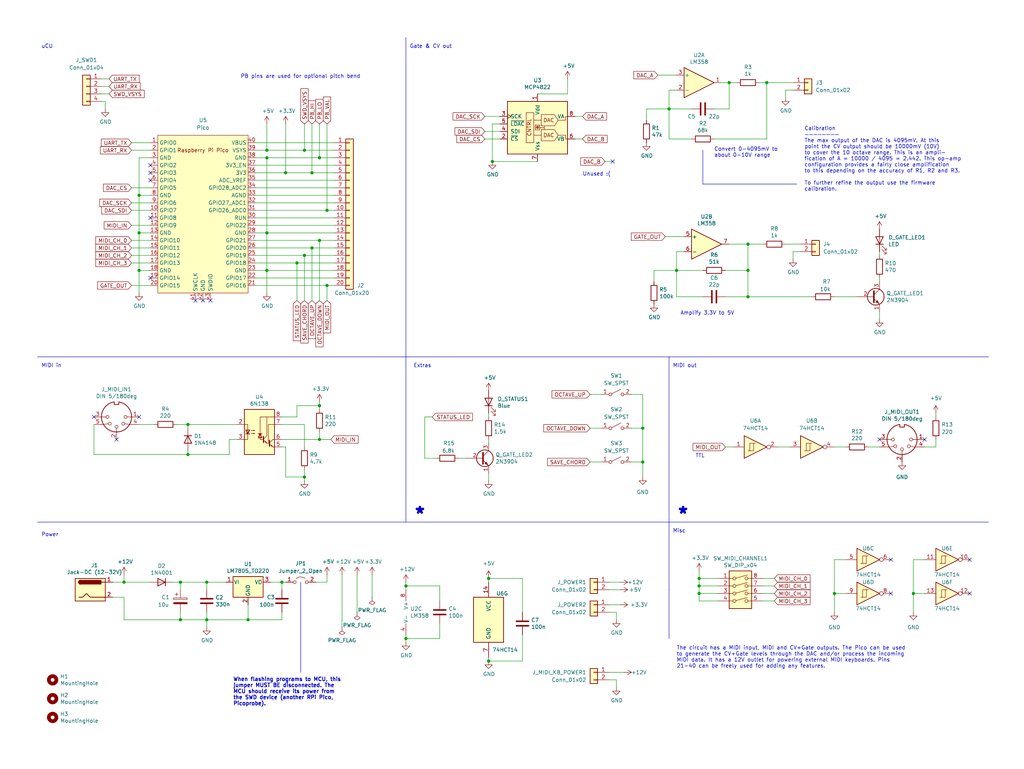
<source format=kicad_sch>
(kicad_sch (version 20230121) (generator eeschema)
  (paper "User" 345.999 259.994)
  (title_block (title "Funk Unit Keyboard") (company "Shmøergh"))
  (junction (at 166.37 54.61))
  (junction (at 63.5 153.67))
  (junction (at 90.17 53.34))
  (junction (at 281.94 200.66))
  (junction (at 246.38 27.94))
  (junction (at 259.08 27.94))
  (junction (at 90.17 50.8))
  (junction (at 252.73 100.33))
  (junction (at 107.95 148.59))
  (junction (at 217.17 144.78))
  (junction (at 252.73 82.55))
  (junction (at 102.87 161.29))
  (junction (at 102.87 86.36))
  (junction (at 69.85 209.55))
  (junction (at 90.17 91.44))
  (junction (at 105.41 83.82))
  (junction (at 90.17 78.74))
  (junction (at 308.61 200.66))
  (junction (at 107.95 137.16))
  (junction (at 165.1 223.52))
  (junction (at 83.82 209.55))
  (junction (at 107.95 53.34))
  (junction (at 46.99 91.44))
  (junction (at 69.85 196.85))
  (junction (at 96.52 58.42))
  (junction (at 105.41 58.42))
  (junction (at 100.33 88.9))
  (junction (at 46.99 66.04))
  (junction (at 63.5 143.51))
  (junction (at 236.22 198.12))
  (junction (at 165.1 195.58))
  (junction (at 226.06 36.83))
  (junction (at 252.73 91.44))
  (junction (at 60.96 196.85))
  (junction (at 217.17 156.21))
  (junction (at 107.95 81.28))
  (junction (at 41.91 196.85))
  (junction (at 228.6 91.44))
  (junction (at 236.22 200.66))
  (junction (at 236.22 195.58))
  (junction (at 110.49 96.52))
  (junction (at 102.87 50.8))
  (junction (at 110.49 71.12))
  (junction (at 137.16 215.9))
  (junction (at 46.99 78.74))
  (junction (at 95.25 196.85))
  (junction (at 60.96 209.55))
  (junction (at 137.16 198.12))
  (no_connect (at 50.8 55.88))
  (no_connect (at 50.8 60.96))
  (no_connect (at 66.04 101.6))
  (no_connect (at 50.8 93.98))
  (no_connect (at 300.99 189.23))
  (no_connect (at 68.58 101.6))
  (no_connect (at 50.8 73.66))
  (no_connect (at 327.66 189.23))
  (no_connect (at 46.99 140.97))
  (no_connect (at 71.12 101.6))
  (no_connect (at 31.75 140.97))
  (no_connect (at 207.01 54.61))
  (no_connect (at 39.37 148.59))
  (no_connect (at 327.66 200.66))
  (no_connect (at 300.99 200.66))
  (no_connect (at 312.42 148.59))
  (no_connect (at 50.8 58.42))
  (no_connect (at 297.18 148.59))
  (wire (pts (xy 115.57 194.31) (xy 115.57 212.09)))
  (wire (pts (xy 143.51 140.97) (xy 143.51 154.94)))
  (wire (pts (xy 44.45 96.52) (xy 50.8 96.52)))
  (polyline (pts (xy 137.16 12.7) (xy 137.16 120.65)))
  (wire (pts (xy 199.39 144.78) (xy 203.2 144.78)))
  (wire (pts (xy 86.36 81.28) (xy 107.95 81.28)))
  (wire (pts (xy 102.87 151.13) (xy 102.87 143.51)))
  (wire (pts (xy 105.41 58.42) (xy 113.03 58.42)))
  (wire (pts (xy 90.17 91.44) (xy 90.17 78.74)))
  (wire (pts (xy 100.33 140.97) (xy 100.33 137.16)))
  (wire (pts (xy 204.47 54.61) (xy 207.01 54.61)))
  (wire (pts (xy 168.91 41.91) (xy 166.37 41.91)))
  (wire (pts (xy 83.82 209.55) (xy 95.25 209.55)))
  (wire (pts (xy 46.99 99.06) (xy 46.99 91.44)))
  (wire (pts (xy 86.36 93.98) (xy 113.03 93.98)))
  (wire (pts (xy 191.77 31.75) (xy 181.61 31.75)))
  (wire (pts (xy 285.75 189.23) (xy 281.94 189.23)))
  (wire (pts (xy 107.95 137.16) (xy 107.95 138.43)))
  (wire (pts (xy 60.96 207.01) (xy 60.96 209.55)))
  (wire (pts (xy 137.16 198.12) (xy 137.16 199.39)))
  (wire (pts (xy 241.3 36.83) (xy 246.38 36.83)))
  (wire (pts (xy 90.17 53.34) (xy 107.95 53.34)))
  (wire (pts (xy 236.22 193.04) (xy 236.22 195.58)))
  (wire (pts (xy 226.06 46.99) (xy 233.68 46.99)))
  (wire (pts (xy 228.6 30.48) (xy 226.06 30.48)))
  (polyline (pts (xy 12.7 176.53) (xy 226.06 176.53)))
  (wire (pts (xy 245.11 91.44) (xy 252.73 91.44)))
  (wire (pts (xy 35.56 36.83) (xy 35.56 34.29)))
  (polyline (pts (xy 137.16 120.65) (xy 137.16 176.53)))
  (wire (pts (xy 96.52 196.85) (xy 95.25 196.85)))
  (wire (pts (xy 316.23 151.13) (xy 316.23 148.59)))
  (wire (pts (xy 46.99 66.04) (xy 46.99 53.34)))
  (wire (pts (xy 252.73 82.55) (xy 257.81 82.55)))
  (wire (pts (xy 316.23 139.7) (xy 316.23 140.97)))
  (wire (pts (xy 50.8 91.44) (xy 46.99 91.44)))
  (wire (pts (xy 34.29 29.21) (xy 36.83 29.21)))
  (wire (pts (xy 146.05 140.97) (xy 143.51 140.97)))
  (wire (pts (xy 95.25 209.55) (xy 95.25 207.01)))
  (wire (pts (xy 209.55 199.39) (xy 205.74 199.39)))
  (polyline (pts (xy 101.6 196.85) (xy 101.6 227.33)))
  (wire (pts (xy 50.8 68.58) (xy 44.45 68.58)))
  (wire (pts (xy 110.49 101.6) (xy 110.49 96.52)))
  (wire (pts (xy 107.95 135.89) (xy 107.95 137.16)))
  (wire (pts (xy 86.36 60.96) (xy 113.03 60.96)))
  (wire (pts (xy 246.38 27.94) (xy 248.92 27.94)))
  (wire (pts (xy 60.96 196.85) (xy 69.85 196.85)))
  (wire (pts (xy 270.51 85.09) (xy 267.97 85.09)))
  (wire (pts (xy 38.1 196.85) (xy 41.91 196.85)))
  (wire (pts (xy 102.87 143.51) (xy 95.25 143.51)))
  (wire (pts (xy 208.28 229.87) (xy 205.74 229.87)))
  (wire (pts (xy 217.17 144.78) (xy 217.17 156.21)))
  (wire (pts (xy 165.1 196.85) (xy 165.1 195.58)))
  (wire (pts (xy 41.91 201.93) (xy 41.91 209.55)))
  (wire (pts (xy 217.17 161.29) (xy 217.17 156.21)))
  (wire (pts (xy 111.76 148.59) (xy 107.95 148.59)))
  (wire (pts (xy 90.17 78.74) (xy 90.17 53.34)))
  (wire (pts (xy 86.36 96.52) (xy 110.49 96.52)))
  (wire (pts (xy 110.49 196.85) (xy 106.68 196.85)))
  (wire (pts (xy 63.5 153.67) (xy 77.47 153.67)))
  (wire (pts (xy 281.94 189.23) (xy 281.94 200.66)))
  (wire (pts (xy 242.57 195.58) (xy 236.22 195.58)))
  (wire (pts (xy 86.36 50.8) (xy 90.17 50.8)))
  (wire (pts (xy 237.49 91.44) (xy 228.6 91.44)))
  (wire (pts (xy 252.73 100.33) (xy 252.73 91.44)))
  (wire (pts (xy 120.65 207.01) (xy 120.65 194.31)))
  (wire (pts (xy 261.62 203.2) (xy 257.81 203.2)))
  (wire (pts (xy 208.28 207.01) (xy 205.74 207.01)))
  (wire (pts (xy 86.36 55.88) (xy 113.03 55.88)))
  (wire (pts (xy 90.17 99.06) (xy 90.17 91.44)))
  (wire (pts (xy 265.43 82.55) (xy 270.51 82.55)))
  (wire (pts (xy 261.62 195.58) (xy 257.81 195.58)))
  (wire (pts (xy 86.36 58.42) (xy 96.52 58.42)))
  (wire (pts (xy 44.45 76.2) (xy 50.8 76.2)))
  (wire (pts (xy 41.91 209.55) (xy 60.96 209.55)))
  (wire (pts (xy 165.1 148.59) (xy 165.1 149.86)))
  (wire (pts (xy 218.44 36.83) (xy 218.44 40.64)))
  (wire (pts (xy 176.53 195.58) (xy 176.53 207.01)))
  (wire (pts (xy 50.8 66.04) (xy 46.99 66.04)))
  (wire (pts (xy 90.17 53.34) (xy 86.36 53.34)))
  (wire (pts (xy 312.42 189.23) (xy 308.61 189.23)))
  (wire (pts (xy 236.22 203.2) (xy 242.57 203.2)))
  (wire (pts (xy 107.95 148.59) (xy 107.95 146.05)))
  (wire (pts (xy 236.22 198.12) (xy 236.22 200.66)))
  (wire (pts (xy 86.36 73.66) (xy 113.03 73.66)))
  (wire (pts (xy 256.54 27.94) (xy 259.08 27.94)))
  (wire (pts (xy 110.49 194.31) (xy 110.49 196.85)))
  (wire (pts (xy 44.45 88.9) (xy 50.8 88.9)))
  (wire (pts (xy 125.73 194.31) (xy 125.73 201.93)))
  (wire (pts (xy 226.06 36.83) (xy 226.06 46.99)))
  (wire (pts (xy 148.59 215.9) (xy 137.16 215.9)))
  (wire (pts (xy 95.25 148.59) (xy 107.95 148.59)))
  (polyline (pts (xy 12.7 120.65) (xy 226.06 120.65)))
  (wire (pts (xy 95.25 140.97) (xy 100.33 140.97)))
  (wire (pts (xy 236.22 200.66) (xy 236.22 203.2)))
  (polyline (pts (xy 226.06 120.65) (xy 334.01 120.65)))
  (wire (pts (xy 281.94 200.66) (xy 285.75 200.66)))
  (wire (pts (xy 297.18 85.09) (xy 297.18 86.36)))
  (wire (pts (xy 107.95 81.28) (xy 107.95 101.6)))
  (wire (pts (xy 90.17 91.44) (xy 113.03 91.44)))
  (wire (pts (xy 59.69 143.51) (xy 63.5 143.51)))
  (wire (pts (xy 245.11 100.33) (xy 252.73 100.33)))
  (wire (pts (xy 209.55 204.47) (xy 205.74 204.47)))
  (wire (pts (xy 86.36 63.5) (xy 113.03 63.5)))
  (wire (pts (xy 163.83 44.45) (xy 168.91 44.45)))
  (wire (pts (xy 34.29 26.67) (xy 36.83 26.67)))
  (wire (pts (xy 107.95 41.91) (xy 107.95 53.34)))
  (polyline (pts (xy 226.06 176.53) (xy 334.01 176.53)))
  (wire (pts (xy 31.75 143.51) (xy 31.75 153.67)))
  (wire (pts (xy 95.25 151.13) (xy 96.52 151.13)))
  (wire (pts (xy 246.38 36.83) (xy 246.38 27.94)))
  (wire (pts (xy 265.43 30.48) (xy 265.43 33.02)))
  (wire (pts (xy 312.42 200.66) (xy 308.61 200.66)))
  (wire (pts (xy 267.97 30.48) (xy 265.43 30.48)))
  (wire (pts (xy 35.56 34.29) (xy 34.29 34.29)))
  (wire (pts (xy 44.45 50.8) (xy 50.8 50.8)))
  (wire (pts (xy 148.59 210.82) (xy 148.59 215.9)))
  (wire (pts (xy 105.41 41.91) (xy 105.41 58.42)))
  (wire (pts (xy 90.17 78.74) (xy 113.03 78.74)))
  (wire (pts (xy 102.87 161.29) (xy 102.87 158.75)))
  (wire (pts (xy 86.36 68.58) (xy 113.03 68.58)))
  (wire (pts (xy 90.17 41.91) (xy 90.17 50.8)))
  (wire (pts (xy 110.49 71.12) (xy 113.03 71.12)))
  (wire (pts (xy 46.99 78.74) (xy 46.99 66.04)))
  (wire (pts (xy 246.38 82.55) (xy 252.73 82.55)))
  (wire (pts (xy 199.39 133.35) (xy 203.2 133.35)))
  (wire (pts (xy 107.95 81.28) (xy 113.03 81.28)))
  (wire (pts (xy 281.94 200.66) (xy 281.94 207.01)))
  (wire (pts (xy 166.37 54.61) (xy 181.61 54.61)))
  (wire (pts (xy 44.45 63.5) (xy 50.8 63.5)))
  (wire (pts (xy 86.36 83.82) (xy 105.41 83.82)))
  (wire (pts (xy 236.22 195.58) (xy 236.22 198.12)))
  (wire (pts (xy 297.18 107.95) (xy 297.18 105.41)))
  (wire (pts (xy 137.16 215.9) (xy 137.16 217.17)))
  (wire (pts (xy 105.41 83.82) (xy 113.03 83.82)))
  (wire (pts (xy 102.87 162.56) (xy 102.87 161.29)))
  (wire (pts (xy 86.36 48.26) (xy 113.03 48.26)))
  (wire (pts (xy 165.1 162.56) (xy 165.1 160.02)))
  (wire (pts (xy 208.28 232.41) (xy 208.28 229.87)))
  (wire (pts (xy 210.82 227.33) (xy 205.74 227.33)))
  (wire (pts (xy 228.6 91.44) (xy 220.98 91.44)))
  (wire (pts (xy 237.49 100.33) (xy 228.6 100.33)))
  (wire (pts (xy 91.44 196.85) (xy 95.25 196.85)))
  (wire (pts (xy 50.8 78.74) (xy 46.99 78.74)))
  (wire (pts (xy 196.85 39.37) (xy 194.31 39.37)))
  (wire (pts (xy 243.84 27.94) (xy 246.38 27.94)))
  (wire (pts (xy 281.94 151.13) (xy 285.75 151.13)))
  (wire (pts (xy 102.87 50.8) (xy 113.03 50.8)))
  (wire (pts (xy 308.61 200.66) (xy 308.61 207.01)))
  (wire (pts (xy 137.16 198.12) (xy 148.59 198.12)))
  (wire (pts (xy 69.85 196.85) (xy 76.2 196.85)))
  (wire (pts (xy 44.45 81.28) (xy 50.8 81.28)))
  (wire (pts (xy 44.45 71.12) (xy 50.8 71.12)))
  (wire (pts (xy 86.36 88.9) (xy 100.33 88.9)))
  (wire (pts (xy 224.79 80.01) (xy 231.14 80.01)))
  (wire (pts (xy 281.94 100.33) (xy 289.56 100.33)))
  (wire (pts (xy 102.87 101.6) (xy 102.87 86.36)))
  (wire (pts (xy 96.52 151.13) (xy 96.52 161.29)))
  (polyline (pts (xy 237.49 62.23) (xy 237.49 50.8)))
  (wire (pts (xy 60.96 199.39) (xy 60.96 196.85)))
  (wire (pts (xy 262.89 151.13) (xy 266.7 151.13)))
  (wire (pts (xy 308.61 189.23) (xy 308.61 200.66)))
  (wire (pts (xy 110.49 96.52) (xy 113.03 96.52)))
  (wire (pts (xy 44.45 86.36) (xy 50.8 86.36)))
  (wire (pts (xy 259.08 46.99) (xy 259.08 27.94)))
  (wire (pts (xy 267.97 85.09) (xy 267.97 87.63)))
  (wire (pts (xy 297.18 93.98) (xy 297.18 95.25)))
  (wire (pts (xy 165.1 223.52) (xy 176.53 223.52)))
  (wire (pts (xy 165.1 222.25) (xy 165.1 223.52)))
  (wire (pts (xy 41.91 196.85) (xy 50.8 196.85)))
  (wire (pts (xy 137.16 214.63) (xy 137.16 215.9)))
  (wire (pts (xy 69.85 199.39) (xy 69.85 196.85)))
  (wire (pts (xy 261.62 198.12) (xy 257.81 198.12)))
  (wire (pts (xy 148.59 198.12) (xy 148.59 203.2)))
  (wire (pts (xy 252.73 91.44) (xy 252.73 82.55)))
  (wire (pts (xy 199.39 156.21) (xy 203.2 156.21)))
  (wire (pts (xy 165.1 195.58) (xy 176.53 195.58)))
  (wire (pts (xy 102.87 41.91) (xy 102.87 50.8)))
  (wire (pts (xy 217.17 144.78) (xy 217.17 133.35)))
  (wire (pts (xy 69.85 209.55) (xy 83.82 209.55)))
  (wire (pts (xy 143.51 154.94) (xy 147.32 154.94)))
  (wire (pts (xy 242.57 200.66) (xy 236.22 200.66)))
  (wire (pts (xy 220.98 91.44) (xy 220.98 95.25)))
  (wire (pts (xy 46.99 53.34) (xy 50.8 53.34)))
  (wire (pts (xy 77.47 153.67) (xy 77.47 148.59)))
  (wire (pts (xy 110.49 41.91) (xy 110.49 71.12)))
  (polyline (pts (xy 226.06 215.9) (xy 226.06 199.39)))
  (wire (pts (xy 213.36 144.78) (xy 217.17 144.78)))
  (wire (pts (xy 46.99 91.44) (xy 46.99 78.74)))
  (polyline (pts (xy 237.49 62.23) (xy 269.24 62.23)))
  (wire (pts (xy 312.42 151.13) (xy 316.23 151.13)))
  (wire (pts (xy 44.45 48.26) (xy 50.8 48.26)))
  (wire (pts (xy 96.52 161.29) (xy 102.87 161.29)))
  (wire (pts (xy 86.36 86.36) (xy 102.87 86.36)))
  (wire (pts (xy 105.41 83.82) (xy 105.41 101.6)))
  (wire (pts (xy 242.57 198.12) (xy 236.22 198.12)))
  (wire (pts (xy 293.37 151.13) (xy 297.18 151.13)))
  (wire (pts (xy 86.36 78.74) (xy 90.17 78.74)))
  (wire (pts (xy 69.85 209.55) (xy 69.85 207.01)))
  (wire (pts (xy 213.36 156.21) (xy 217.17 156.21)))
  (wire (pts (xy 83.82 204.47) (xy 83.82 209.55)))
  (wire (pts (xy 36.83 31.75) (xy 34.29 31.75)))
  (wire (pts (xy 166.37 41.91) (xy 166.37 54.61)))
  (wire (pts (xy 31.75 153.67) (xy 63.5 153.67)))
  (wire (pts (xy 96.52 58.42) (xy 105.41 58.42)))
  (wire (pts (xy 90.17 50.8) (xy 102.87 50.8)))
  (wire (pts (xy 102.87 86.36) (xy 113.03 86.36)))
  (wire (pts (xy 209.55 196.85) (xy 205.74 196.85)))
  (wire (pts (xy 86.36 91.44) (xy 90.17 91.44)))
  (wire (pts (xy 208.28 209.55) (xy 208.28 207.01)))
  (wire (pts (xy 63.5 143.51) (xy 80.01 143.51)))
  (wire (pts (xy 77.47 148.59) (xy 80.01 148.59)))
  (wire (pts (xy 176.53 223.52) (xy 176.53 214.63)))
  (polyline (pts (xy 226.06 199.39) (xy 226.06 120.65)))
  (wire (pts (xy 63.5 153.67) (xy 63.5 152.4)))
  (wire (pts (xy 107.95 53.34) (xy 113.03 53.34)))
  (wire (pts (xy 226.06 36.83) (xy 218.44 36.83)))
  (wire (pts (xy 41.91 194.31) (xy 41.91 196.85)))
  (wire (pts (xy 231.14 85.09) (xy 228.6 85.09)))
  (wire (pts (xy 259.08 27.94) (xy 267.97 27.94)))
  (wire (pts (xy 38.1 201.93) (xy 41.91 201.93)))
  (wire (pts (xy 100.33 88.9) (xy 100.33 101.6)))
  (wire (pts (xy 196.85 46.99) (xy 194.31 46.99)))
  (wire (pts (xy 163.83 39.37) (xy 168.91 39.37)))
  (wire (pts (xy 46.99 143.51) (xy 52.07 143.51)))
  (wire (pts (xy 252.73 100.33) (xy 274.32 100.33)))
  (wire (pts (xy 241.3 46.99) (xy 259.08 46.99)))
  (wire (pts (xy 58.42 196.85) (xy 60.96 196.85)))
  (wire (pts (xy 137.16 196.85) (xy 137.16 198.12)))
  (wire (pts (xy 100.33 88.9) (xy 113.03 88.9)))
  (wire (pts (xy 226.06 30.48) (xy 226.06 36.83)))
  (wire (pts (xy 245.11 151.13) (xy 247.65 151.13)))
  (wire (pts (xy 154.94 154.94) (xy 157.48 154.94)))
  (wire (pts (xy 44.45 83.82) (xy 50.8 83.82)))
  (wire (pts (xy 165.1 139.7) (xy 165.1 140.97)))
  (wire (pts (xy 96.52 41.91) (xy 96.52 58.42)))
  (wire (pts (xy 261.62 200.66) (xy 257.81 200.66)))
  (wire (pts (xy 163.83 46.99) (xy 168.91 46.99)))
  (wire (pts (xy 228.6 100.33) (xy 228.6 91.44)))
  (wire (pts (xy 86.36 66.04) (xy 113.03 66.04)))
  (wire (pts (xy 86.36 76.2) (xy 113.03 76.2)))
  (wire (pts (xy 191.77 26.67) (xy 191.77 31.75)))
  (wire (pts (xy 60.96 209.55) (xy 69.85 209.55)))
  (wire (pts (xy 63.5 143.51) (xy 63.5 144.78)))
  (wire (pts (xy 233.68 36.83) (xy 226.06 36.83)))
  (wire (pts (xy 100.33 137.16) (xy 107.95 137.16)))
  (wire (pts (xy 69.85 212.09) (xy 69.85 209.55)))
  (wire (pts (xy 228.6 85.09) (xy 228.6 91.44)))
  (wire (pts (xy 86.36 71.12) (xy 110.49 71.12)))
  (wire (pts (xy 217.17 133.35) (xy 213.36 133.35)))
  (wire (pts (xy 95.25 196.85) (xy 95.25 199.39)))
  (wire (pts (xy 222.25 25.4) (xy 228.6 25.4)))
  (text "*" (at 228.6 176.53 0) (effects (font (size 4.27 4.27) (thickness 0.854) bold) (justify left bottom)))
  (text "Power" (at 13.97 181.61 0) (effects (font (size 1.27 1.27)) (justify left bottom)))
  (text "TTL" (at 234.95 154.94 0) (effects (font (size 1.27 1.27)) (justify left bottom)))
  (text "Misc" (at 227.33 180.34 0) (effects (font (size 1.27 1.27)) (justify left bottom)))
  (text "*" (at 139.7 176.53 0) (effects (font (size 4.27 4.27) (thickness 0.854) bold) (justify left bottom)))
  (text "Unused :(" (at 196.85 59.69 0) (effects (font (size 1.27 1.27)) (justify left bottom)))
  (text "Extras" (at 139.7 124.46 0) (effects (font (size 1.27 1.27)) (justify left bottom)))
  (text "The circuit has a MIDI input, MIDI and CV+Gate outputs. The Pico can be used \nto generate the CV+Gate levels through the DAC and/or process the incoming\nMIDI data. It has a 12V outlet for powering external MIDI keyboards. Pins\n21-40 can be freely used for adding any features." (at 228.6 226.06 0) (effects (font (size 1.27 1.27)) (justify left bottom)))
  (text "Convert 0-4095mV to \nabout 0-10V range" (at 241.3 53.34 0) (effects (font (size 1.27 1.27)) (justify left bottom)))
  (text "MIDI in" (at 13.97 124.46 0) (effects (font (size 1.27 1.27)) (justify left bottom)))
  (text "MIDI out" (at 227.33 124.46 0) (effects (font (size 1.27 1.27)) (justify left bottom)))
  (text "PB pins are used for optional pitch bend" (at 81.28 26.67 0) (effects (font (size 1.27 1.27)) (justify left bottom)))
  (text "uCU" (at 13.97 16.51 0) (effects (font (size 1.27 1.27)) (justify left bottom)))
  (text "When flashing programs to MCU, this \njumper MUST BE disconnected. The \nMCU should receive its power from \nthe SWD device (another RPi Pico, \nPicoprobe)." (at 78.74 238.76 0) (effects (font (size 1.27 1.27) (thickness 0.254) bold) (justify left bottom)))
  (text "Gate & CV out" (at 138.43 16.51 0) (effects (font (size 1.27 1.27)) (justify left bottom)))
  (text "Amplify 3.3V to 5V" (at 229.87 106.68 0) (effects (font (size 1.27 1.27)) (justify left bottom)))
  (text "Calibration\n————————\nThe max output of the DAC is 4095mV. At this\npoint the CV output should be 10000mV (10V)\nto cover the 10 octave range. This is an ampli-\nfication of A = 10000 / 4095 = 2.442. This op-amp\nconfiguration provides a fairly close amplification\nto this depending on the accuracy of R1, R2 and R3.\n\nTo further refine the output use the firmware\ncalibration." (at 271.78 64.77 0) (effects (font (size 1.27 1.27)) (justify left bottom)))
  (global_label "UART_RX" (shape input) (at 36.83 29.21 0) (property "Intersheetrefs" "${INTERSHEET_REFS}" (effects hide)))
  (global_label "STATUS_LED" (shape input) (at 146.05 140.97 0) (property "Intersheetrefs" "${INTERSHEET_REFS}" (effects hide)))
  (global_label "MIDI_CH_2" (shape input) (at 44.45 86.36 180) (property "Intersheetrefs" "${INTERSHEET_REFS}" (effects hide)))
  (global_label "OCTAVE_UP" (shape input) (at 105.41 101.6 270) (property "Intersheetrefs" "${INTERSHEET_REFS}" (effects hide)))
  (global_label "DAC_SDI" (shape input) (at 44.45 71.12 180) (property "Intersheetrefs" "${INTERSHEET_REFS}" (effects hide)))
  (global_label "SAVE_CHORD" (shape input) (at 199.39 156.21 180) (property "Intersheetrefs" "${INTERSHEET_REFS}" (effects hide)))
  (global_label "SWD_VSYS" (shape input) (at 102.87 41.91 90) (property "Intersheetrefs" "${INTERSHEET_REFS}" (effects hide)))
  (global_label "OCTAVE_UP" (shape input) (at 199.39 133.35 180) (property "Intersheetrefs" "${INTERSHEET_REFS}" (effects hide)))
  (global_label "MIDI_OUT" (shape input) (at 245.11 151.13 180) (property "Intersheetrefs" "${INTERSHEET_REFS}" (effects hide)))
  (global_label "DAC_SCK" (shape input) (at 163.83 39.37 180) (property "Intersheetrefs" "${INTERSHEET_REFS}" (effects hide)))
  (global_label "MIDI_IN" (shape input) (at 44.45 76.2 180) (property "Intersheetrefs" "${INTERSHEET_REFS}" (effects hide)))
  (global_label "PB_HI" (shape input) (at 105.41 41.91 90) (property "Intersheetrefs" "${INTERSHEET_REFS}" (effects hide)))
  (global_label "MIDI_CH_2" (shape input) (at 261.62 200.66 0) (property "Intersheetrefs" "${INTERSHEET_REFS}" (effects hide)))
  (global_label "DAC_SCK" (shape input) (at 44.45 68.58 180) (property "Intersheetrefs" "${INTERSHEET_REFS}" (effects hide)))
  (global_label "MIDI_IN" (shape input) (at 111.76 148.59 0) (property "Intersheetrefs" "${INTERSHEET_REFS}" (effects hide)))
  (global_label "UART_RX" (shape input) (at 44.45 50.8 180) (property "Intersheetrefs" "${INTERSHEET_REFS}" (effects hide)))
  (global_label "DAC_CS" (shape input) (at 44.45 63.5 180) (property "Intersheetrefs" "${INTERSHEET_REFS}" (effects hide)))
  (global_label "DAC_B" (shape input) (at 204.47 54.61 180) (property "Intersheetrefs" "${INTERSHEET_REFS}" (effects hide)))
  (global_label "MIDI_OUT" (shape input) (at 110.49 101.6 270) (property "Intersheetrefs" "${INTERSHEET_REFS}" (effects hide)))
  (global_label "PB_LO" (shape input) (at 107.95 41.91 90) (property "Intersheetrefs" "${INTERSHEET_REFS}" (effects hide)))
  (global_label "MIDI_CH_3" (shape input) (at 44.45 88.9 180) (property "Intersheetrefs" "${INTERSHEET_REFS}" (effects hide)))
  (global_label "UART_TX" (shape input) (at 36.83 26.67 0) (property "Intersheetrefs" "${INTERSHEET_REFS}" (effects hide)))
  (global_label "GATE_OUT" (shape input) (at 224.79 80.01 180) (property "Intersheetrefs" "${INTERSHEET_REFS}" (effects hide)))
  (global_label "DAC_A" (shape input) (at 222.25 25.4 180) (property "Intersheetrefs" "${INTERSHEET_REFS}" (effects hide)))
  (global_label "DAC_B" (shape input) (at 196.85 46.99 0) (property "Intersheetrefs" "${INTERSHEET_REFS}" (effects hide)))
  (global_label "OCTAVE_DOWN" (shape input) (at 107.95 101.6 270) (property "Intersheetrefs" "${INTERSHEET_REFS}" (effects hide)))
  (global_label "MIDI_CH_1" (shape input) (at 261.62 198.12 0) (property "Intersheetrefs" "${INTERSHEET_REFS}" (effects hide)))
  (global_label "MIDI_CH_3" (shape input) (at 261.62 203.2 0) (property "Intersheetrefs" "${INTERSHEET_REFS}" (effects hide)))
  (global_label "MIDI_CH_1" (shape input) (at 44.45 83.82 180) (property "Intersheetrefs" "${INTERSHEET_REFS}" (effects hide)))
  (global_label "UART_TX" (shape input) (at 44.45 48.26 180) (property "Intersheetrefs" "${INTERSHEET_REFS}" (effects hide)))
  (global_label "DAC_A" (shape input) (at 196.85 39.37 0) (property "Intersheetrefs" "${INTERSHEET_REFS}" (effects hide)))
  (global_label "STATUS_LED" (shape input) (at 100.33 101.6 270) (property "Intersheetrefs" "${INTERSHEET_REFS}" (effects hide)))
  (global_label "SAVE_CHORD" (shape input) (at 102.87 101.6 270) (property "Intersheetrefs" "${INTERSHEET_REFS}" (effects hide)))
  (global_label "DAC_SDI" (shape input) (at 163.83 44.45 180) (property "Intersheetrefs" "${INTERSHEET_REFS}" (effects hide)))
  (global_label "DAC_CS" (shape input) (at 163.83 46.99 180) (property "Intersheetrefs" "${INTERSHEET_REFS}" (effects hide)))
  (global_label "PB_VAL" (shape input) (at 110.49 41.91 90) (property "Intersheetrefs" "${INTERSHEET_REFS}" (effects hide)))
  (global_label "OCTAVE_DOWN" (shape input) (at 199.39 144.78 180) (property "Intersheetrefs" "${INTERSHEET_REFS}" (effects hide)))
  (global_label "MIDI_CH_0" (shape input) (at 261.62 195.58 0) (property "Intersheetrefs" "${INTERSHEET_REFS}" (effects hide)))
  (global_label "MIDI_CH_0" (shape input) (at 44.45 81.28 180) (property "Intersheetrefs" "${INTERSHEET_REFS}" (effects hide)))
  (global_label "GATE_OUT" (shape input) (at 44.45 96.52 180) (property "Intersheetrefs" "${INTERSHEET_REFS}" (effects hide)))
  (global_label "SWD_VSYS" (shape input) (at 36.83 31.75 0) (property "Intersheetrefs" "${INTERSHEET_REFS}" (effects hide)))
  (symbol (lib_id "Connector:Jack-DC") (at 30.48 199.39 0) (unit 1)
    (property "Reference" "J1" (at 31.9278 191.135 0))
    (property "Value" "Jack-DC (12-32V)" (at 31.9278 193.4464 0))
    (property "Footprint" "Zimo_Manual_PCB:NSL25_01x02_Vertical" (effects hide))
  )
  (symbol (lib_id "power:GND") (at 69.85 212.09 0) (unit 1)
    (property "Reference" "#PWR03" (effects hide))
    (property "Value" "GND" (at 69.977 216.4842 0))
  )
  (symbol (lib_id "power:+12V") (at 41.91 194.31 0) (unit 1)
    (property "Reference" "#PWR01" (effects hide))
    (property "Value" "+12V" (at 42.291 189.9158 0))
  )
  (symbol (lib_id "Device:C") (at 69.85 203.2 0) (unit 1)
    (property "Reference" "C2" (at 72.771 202.0316 0) (effects (justify left)))
    (property "Value" "330n" (at 72.771 204.343 0) (effects (justify left)))
    (property "Footprint" "Zimo_Manual_PCB:C_Disc_D5.0mm_W2.5mm_P2.50mm" (effects hide))
  )
  (symbol (lib_id "Device:C") (at 95.25 203.2 0) (unit 1)
    (property "Reference" "C3" (at 90.17 201.93 0) (effects (justify left)))
    (property "Value" "100n" (at 87.63 204.47 0) (effects (justify left)))
    (property "Footprint" "Zimo_Manual_PCB:C_Disc_D5.0mm_W2.5mm_P2.50mm" (effects hide))
  )
  (symbol (lib_id "power:+5V") (at 110.49 194.31 0) (unit 1)
    (property "Reference" "#PWR04" (effects hide))
    (property "Value" "+5V" (at 110.871 189.9158 0))
  )
  (symbol (lib_id "power:+5V") (at 90.17 41.91 0) (unit 1)
    (property "Reference" "#PWR05" (effects hide))
    (property "Value" "+5V" (at 90.551 37.5158 0))
  )
  (symbol (lib_id "power:GND") (at 90.17 99.06 0) (unit 1)
    (property "Reference" "#PWR06" (effects hide))
    (property "Value" "GND" (at 90.297 103.4542 0))
  )
  (symbol (lib_id "power:GND") (at 46.99 99.06 0) (unit 1)
    (property "Reference" "#PWR02" (effects hide))
    (property "Value" "GND" (at 47.117 103.4542 0))
  )
  (symbol (lib_id "power:+3.3V") (at 96.52 41.91 0) (unit 1)
    (property "Reference" "#PWR08" (effects hide))
    (property "Value" "+3.3V" (at 96.901 37.5158 0))
  )
  (symbol (lib_id "power:+5V") (at 120.65 194.31 0) (unit 1)
    (property "Reference" "#PWR09" (effects hide))
    (property "Value" "+5V" (at 121.031 189.9158 0))
  )
  (symbol (lib_id "power:+12V") (at 115.57 194.31 0) (unit 1)
    (property "Reference" "#PWR07" (effects hide))
    (property "Value" "+12V" (at 115.951 189.9158 0))
  )
  (symbol (lib_id "power:+3.3V") (at 125.73 194.31 0) (unit 1)
    (property "Reference" "#PWR010" (effects hide))
    (property "Value" "+3.3V" (at 126.111 189.9158 0))
  )
  (symbol (lib_id "power:PWR_FLAG") (at 115.57 212.09 180) (unit 1)
    (property "Reference" "#FLG01" (effects hide))
    (property "Value" "PWR_FLAG" (at 115.57 216.4842 0))
  )
  (symbol (lib_id "power:PWR_FLAG") (at 120.65 207.01 180) (unit 1)
    (property "Reference" "#FLG02" (effects hide))
    (property "Value" "PWR_FLAG" (at 120.65 211.4042 0))
  )
  (symbol (lib_id "power:PWR_FLAG") (at 125.73 201.93 180) (unit 1)
    (property "Reference" "#FLG03" (effects hide))
    (property "Value" "PWR_FLAG" (at 125.73 206.3242 0))
  )
  (symbol (lib_id "Analog_DAC:MCP4822") (at 181.61 41.91 0) (unit 1)
    (property "Reference" "U3" (at 181.61 27.1526 0))
    (property "Value" "MCP4822" (at 181.61 29.464 0))
    (property "Footprint" "Zimo_Manual_PCB:DIP-8_W7.62mm" (effects hide))
    (property "Datasheet" "http://ww1.microchip.com/downloads/en/DeviceDoc/20002249B.pdf" (effects hide))
  )
  (symbol (lib_id "power:+5V") (at 191.77 26.67 0) (unit 1)
    (property "Reference" "#PWR015" (effects hide))
    (property "Value" "+5V" (at 192.151 22.2758 0))
  )
  (symbol (lib_id "power:GND") (at 166.37 54.61 0) (unit 1)
    (property "Reference" "#PWR012" (effects hide))
    (property "Value" "GND" (at 166.497 59.0042 0))
  )
  (symbol (lib_id "Connector:DIN-5_180degree") (at 39.37 140.97 180) (unit 1)
    (property "Reference" "J_MIDI_IN1" (at 39.37 131.6482 0))
    (property "Value" "DIN 5/180deg" (at 39.37 133.9596 0))
    (property "Footprint" "Zimo_Manual_PCB:PinOut_01x05" (effects hide))
    (property "Datasheet" "http://www.mouser.com/ds/2/18/40_c091_abd_e-75918.pdf" (effects hide))
  )
  (symbol (lib_id "Device:R") (at 55.88 143.51 270) (unit 1)
    (property "Reference" "R4" (at 55.88 138.2522 90))
    (property "Value" "220" (at 55.88 140.5636 90))
    (property "Footprint" "Zimo_Manual_PCB:R_Axial_Vertical" (effects hide))
  )
  (symbol (lib_id "Device:D") (at 63.5 148.59 270) (unit 1)
    (property "Reference" "D1" (at 65.532 147.4216 90) (effects (justify left)))
    (property "Value" "1N4148" (at 65.532 149.733 90) (effects (justify left)))
    (property "Footprint" "Zimo_Manual_PCB:D_Axial" (effects hide))
  )
  (symbol (lib_id "Isolator:6N138") (at 87.63 146.05 0) (unit 1)
    (property "Reference" "U4" (at 87.63 134.1882 0))
    (property "Value" "6N138" (at 87.63 136.4996 0))
    (property "Footprint" "Zimo_Manual_PCB:DIP-8_W7.62mm" (effects hide))
    (property "Datasheet" "http://www.onsemi.com/pub/Collateral/HCPL2731-D.pdf" (effects hide))
  )
  (symbol (lib_id "power:+3.3V") (at 107.95 135.89 0) (unit 1)
    (property "Reference" "#PWR022" (effects hide))
    (property "Value" "+3.3V" (at 108.331 131.4958 0))
  )
  (symbol (lib_id "Device:R") (at 107.95 142.24 0) (unit 1)
    (property "Reference" "R11" (at 109.728 141.0716 0) (effects (justify left)))
    (property "Value" "220" (at 109.728 143.383 0) (effects (justify left)))
    (property "Footprint" "Zimo_Manual_PCB:R_Axial_Vertical" (effects hide))
  )
  (symbol (lib_id "Device:R") (at 102.87 154.94 0) (unit 1)
    (property "Reference" "R9" (at 104.648 153.7716 0) (effects (justify left)))
    (property "Value" "4.7k" (at 104.648 156.083 0) (effects (justify left)))
    (property "Footprint" "Zimo_Manual_PCB:R_Axial_Vertical" (effects hide))
  )
  (symbol (lib_id "power:GND") (at 102.87 162.56 0) (unit 1)
    (property "Reference" "#PWR018" (effects hide))
    (property "Value" "GND" (at 102.997 166.9542 0))
  )
  (symbol (lib_id "Amplifier_Operational:LM358") (at 236.22 27.94 0) (unit 1)
    (property "Reference" "U2" (at 236.22 18.6182 0))
    (property "Value" "LM358" (at 236.22 20.9296 0))
    (property "Footprint" "Zimo_Manual_PCB:DIP-8_W7.62mm" (effects hide))
    (property "Datasheet" "http://www.ti.com/lit/ds/symlink/lm2904-n.pdf" (effects hide))
  )
  (symbol (lib_id "Amplifier_Operational:LM358") (at 238.76 82.55 0) (unit 2)
    (property "Reference" "U2" (at 238.76 73.2282 0))
    (property "Value" "LM358" (at 238.76 75.5396 0))
    (property "Footprint" "Zimo_Manual_PCB:DIP-8_W7.62mm" (effects hide))
    (property "Datasheet" "http://www.ti.com/lit/ds/symlink/lm2904-n.pdf" (effects hide))
  )
  (symbol (lib_id "Amplifier_Operational:LM358") (at 139.7 207.01 0) (unit 3)
    (property "Reference" "U2" (at 138.6332 205.8416 0) (effects (justify left)))
    (property "Value" "LM358" (at 138.6332 208.153 0) (effects (justify left)))
    (property "Footprint" "Zimo_Manual_PCB:DIP-8_W7.62mm" (effects hide))
    (property "Datasheet" "http://www.ti.com/lit/ds/symlink/lm2904-n.pdf" (effects hide))
  )
  (symbol (lib_id "power:GND") (at 137.16 217.17 0) (unit 1)
    (property "Reference" "#PWR014" (effects hide))
    (property "Value" "GND" (at 137.287 221.5642 0))
  )
  (symbol (lib_id "power:+12V") (at 137.16 196.85 0) (unit 1)
    (property "Reference" "#PWR013" (effects hide))
    (property "Value" "+12V" (at 137.541 192.4558 0))
  )
  (symbol (lib_id "Device:C") (at 148.59 207.01 0) (unit 1)
    (property "Reference" "C4" (at 151.511 205.8416 0) (effects (justify left)))
    (property "Value" "100n" (at 151.511 208.153 0) (effects (justify left)))
    (property "Footprint" "Zimo_Manual_PCB:C_Disc_D5.0mm_W2.5mm_P2.50mm" (effects hide))
  )
  (symbol (lib_id "Device:R") (at 218.44 44.45 0) (unit 1)
    (property "Reference" "R1" (at 220.218 43.2816 0) (effects (justify left)))
    (property "Value" "47k" (at 220.218 45.593 0) (effects (justify left)))
    (property "Footprint" "Zimo_Manual_PCB:R_Axial_Vertical" (effects hide))
  )
  (symbol (lib_id "power:GND") (at 218.44 48.26 0) (unit 1)
    (property "Reference" "#PWR011" (effects hide))
    (property "Value" "GND" (at 218.567 52.6542 0))
  )
  (symbol (lib_id "Device:C") (at 237.49 36.83 270) (unit 1)
    (property "Reference" "C5" (at 233.68 39.37 90))
    (property "Value" "22p" (at 241.3 39.37 90))
    (property "Footprint" "Zimo_Manual_PCB:C_Disc_D5.0mm_W2.5mm_P2.50mm" (effects hide))
  )
  (symbol (lib_id "Device:R") (at 252.73 27.94 270) (unit 1)
    (property "Reference" "R3" (at 252.73 22.6822 90))
    (property "Value" "1k" (at 252.73 24.9936 90))
    (property "Footprint" "Zimo_Manual_PCB:R_Axial_Vertical" (effects hide))
  )
  (symbol (lib_id "power:GND") (at 265.43 33.02 0) (unit 1)
    (property "Reference" "#PWR016" (effects hide))
    (property "Value" "GND" (at 265.557 37.4142 0))
  )
  (symbol (lib_id "Device:R") (at 220.98 99.06 0) (unit 1)
    (property "Reference" "R5" (at 222.758 97.8916 0) (effects (justify left)))
    (property "Value" "100k" (at 222.758 100.203 0) (effects (justify left)))
    (property "Footprint" "Zimo_Manual_PCB:R_Axial_Vertical" (effects hide))
  )
  (symbol (lib_id "power:GND") (at 220.98 102.87 0) (unit 1)
    (property "Reference" "#PWR017" (effects hide))
    (property "Value" "GND" (at 221.107 107.2642 0))
  )
  (symbol (lib_id "Device:R") (at 241.3 91.44 270) (unit 1)
    (property "Reference" "R6" (at 241.3 86.1822 90))
    (property "Value" "51k" (at 241.3 88.4936 90))
    (property "Footprint" "Zimo_Manual_PCB:R_Axial_Vertical" (effects hide))
  )
  (symbol (lib_id "Device:C") (at 241.3 100.33 270) (unit 1)
    (property "Reference" "C6" (at 241.3 93.9292 90))
    (property "Value" "22p" (at 241.3 96.2406 90))
    (property "Footprint" "Zimo_Manual_PCB:C_Disc_D5.0mm_W2.5mm_P2.50mm" (effects hide))
  )
  (symbol (lib_id "Device:R") (at 261.62 82.55 270) (unit 1)
    (property "Reference" "R8" (at 261.62 77.2922 90))
    (property "Value" "1k" (at 261.62 79.6036 90))
    (property "Footprint" "Zimo_Manual_PCB:R_Axial_Vertical" (effects hide))
  )
  (symbol (lib_id "power:GND") (at 267.97 87.63 0) (unit 1)
    (property "Reference" "#PWR019" (effects hide))
    (property "Value" "GND" (at 268.097 92.0242 0))
  )
  (symbol (lib_id "Transistor_BJT:2N3904") (at 294.64 100.33 0) (unit 1)
    (property "Reference" "Q_GATE_LED1" (at 299.4914 99.1616 0) (effects (justify left)))
    (property "Value" "2N3904" (at 299.4914 101.473 0) (effects (justify left)))
    (property "Footprint" "Zimo_Manual_PCB:TO-92_Inline_Wide" (effects hide))
    (property "Datasheet" "https://www.onsemi.com/pub/Collateral/2N3903-D.PDF" (effects hide))
  )
  (symbol (lib_id "Device:R") (at 278.13 100.33 90) (unit 1)
    (property "Reference" "R7" (at 280.67 95.25 90) (effects (justify left)))
    (property "Value" "10k" (at 280.67 97.79 90) (effects (justify left)))
    (property "Footprint" "Zimo_Manual_PCB:R_Axial_Vertical" (effects hide))
  )
  (symbol (lib_id "power:GND") (at 297.18 107.95 0) (unit 1)
    (property "Reference" "#PWR021" (effects hide))
    (property "Value" "GND" (at 297.307 112.3442 0))
  )
  (symbol (lib_id "Device:R") (at 297.18 90.17 0) (unit 1)
    (property "Reference" "R10" (at 298.958 89.0016 0) (effects (justify left)))
    (property "Value" "470" (at 298.958 91.313 0) (effects (justify left)))
    (property "Footprint" "Zimo_Manual_PCB:R_Axial_Vertical" (effects hide))
  )
  (symbol (lib_id "Device:LED") (at 297.18 81.28 90) (unit 1)
    (property "Reference" "D_GATE_LED1" (at 300.1772 80.2894 90) (effects (justify right)))
    (property "Value" "LED" (at 300.1772 82.6008 90) (effects (justify right)))
    (property "Footprint" "Zimo_Manual_PCB:NSL25_01x02_Vertical" (effects hide))
  )
  (symbol (lib_id "power:+5V") (at 297.18 77.47 0) (unit 1)
    (property "Reference" "#PWR020" (effects hide))
    (property "Value" "+5V" (at 297.561 73.0758 0))
  )
  (symbol (lib_id "power:GND") (at 35.56 36.83 0) (unit 1)
    (property "Reference" "#PWR0101" (effects hide))
    (property "Value" "GND" (at 35.687 41.2242 0))
  )
  (symbol (lib_id "Regulator_Linear:LM7805_TO220") (at 83.82 196.85 0) (unit 1)
    (property "Reference" "U1" (at 83.82 190.7032 0))
    (property "Value" "LM7805_TO220" (at 83.82 193.0146 0))
    (property "Footprint" "Package_TO_SOT_THT:TO-220-3_Vertical" (effects hide))
    (property "Datasheet" "https://www.onsemi.cn/PowerSolutions/document/MC7800-D.PDF" (effects hide))
  )
  (symbol (lib_id "Mechanical:MountingHole") (at 17.78 229.87 0) (unit 1)
    (property "Reference" "H1" (at 20.32 228.7016 0) (effects (justify left)))
    (property "Value" "MountingHole" (at 20.32 231.013 0) (effects (justify left)))
    (property "Footprint" "MountingHole:MountingHole_3mm" (effects hide))
  )
  (symbol (lib_id "Mechanical:MountingHole") (at 17.78 236.22 0) (unit 1)
    (property "Reference" "H2" (at 20.32 235.0516 0) (effects (justify left)))
    (property "Value" "MountingHole" (at 20.32 237.363 0) (effects (justify left)))
    (property "Footprint" "MountingHole:MountingHole_3mm" (effects hide))
  )
  (symbol (lib_id "Mechanical:MountingHole") (at 17.78 242.57 0) (unit 1)
    (property "Reference" "H3" (at 20.32 241.4016 0) (effects (justify left)))
    (property "Value" "MountingHole" (at 20.32 243.713 0) (effects (justify left)))
    (property "Footprint" "MountingHole:MountingHole_3mm" (effects hide))
  )
  (symbol (lib_id "Device:D") (at 54.61 196.85 180) (unit 1)
    (property "Reference" "D2" (at 54.61 191.3382 0))
    (property "Value" "1N4001" (at 54.61 193.6496 0))
    (property "Footprint" "Zimo_Manual_PCB:D_Axial" (effects hide))
  )
  (symbol (lib_id "Device:R") (at 237.49 46.99 270) (unit 1)
    (property "Reference" "R2" (at 237.49 41.7322 90))
    (property "Value" "68k" (at 237.49 44.0436 90))
    (property "Footprint" "Zimo_Manual_PCB:R_Axial_Vertical" (effects hide))
  )
  (symbol (lib_id "Switch:SW_DIP_x04") (at 250.19 200.66 0) (unit 1)
    (property "Reference" "SW_MIDI_CHANNEL1" (at 250.19 188.7982 0))
    (property "Value" "SW_DIP_x04" (at 250.19 191.1096 0))
    (property "Footprint" "Button_Switch_THT:SW_DIP_SPSTx04_Slide_6.7x11.72mm_W7.62mm_P2.54mm_LowProfile" (effects hide))
  )
  (symbol (lib_id "power:+3.3V") (at 236.22 193.04 0) (unit 1)
    (property "Reference" "#PWR0102" (effects hide))
    (property "Value" "+3.3V" (at 236.601 188.6458 0))
  )
  (symbol (lib_id "power:GND") (at 208.28 209.55 0) (unit 1)
    (property "Reference" "#PWR0103" (effects hide))
    (property "Value" "GND" (at 208.407 213.9442 0))
  )
  (symbol (lib_id "power:+3.3V") (at 209.55 204.47 270) (unit 1)
    (property "Reference" "#PWR0104" (effects hide))
    (property "Value" "+3.3V" (at 215.9 204.47 90))
  )
  (symbol (lib_id "power:+5V") (at 209.55 199.39 270) (unit 1)
    (property "Reference" "#PWR0105" (effects hide))
    (property "Value" "+5V" (at 214.63 199.39 90))
  )
  (symbol (lib_id "power:+12V") (at 209.55 196.85 270) (unit 1)
    (property "Reference" "#PWR0106" (effects hide))
    (property "Value" "+12V" (at 214.63 196.85 90))
  )
  (symbol (lib_id "power:+12V") (at 210.82 227.33 270) (unit 1)
    (property "Reference" "#PWR0107" (effects hide))
    (property "Value" "+12V" (at 215.9 227.33 90))
  )
  (symbol (lib_id "power:GND") (at 208.28 232.41 0) (unit 1)
    (property "Reference" "#PWR0108" (effects hide))
    (property "Value" "GND" (at 208.407 236.8042 0))
  )
  (symbol (lib_id "Switch:SW_SPST") (at 208.28 144.78 0) (unit 1)
    (property "Reference" "SW2" (at 208.28 138.43 0))
    (property "Value" "SW_SPST" (at 208.28 140.97 0))
  )
  (symbol (lib_id "74xx:74HC14") (at 274.32 151.13 0) (unit 2)
    (property "Reference" "U6" (at 274.32 142.24 0))
    (property "Value" "74HCT14" (at 274.32 144.78 0))
    (property "Datasheet" "http://www.ti.com/lit/gpn/sn74HC14" (effects hide))
  )
  (symbol (lib_id "Jumper:Jumper_2_Open") (at 101.6 196.85 0) (unit 1)
    (property "Reference" "JP1" (at 101.6 190.5 0))
    (property "Value" "Jumper_2_Open" (at 101.6 193.04 0))
  )
  (symbol (lib_id "Switch:SW_SPST") (at 208.28 133.35 0) (unit 1)
    (property "Reference" "SW1" (at 208.28 127 0))
    (property "Value" "SW_SPST" (at 208.28 129.54 0))
  )
  (symbol (lib_id "74xx:74HC14") (at 165.1 209.55 0) (unit 7)
    (property "Reference" "U6" (at 167.64 200.66 0) (effects (justify left)))
    (property "Value" "74HCT14" (at 166.37 219.71 0) (effects (justify left)))
    (property "Datasheet" "http://www.ti.com/lit/gpn/sn74HC14" (effects hide))
  )
  (symbol (lib_id "Device:LED") (at 165.1 135.89 90) (unit 1)
    (property "Reference" "D_STATUS1" (at 168.0972 134.8994 90) (effects (justify right)))
    (property "Value" "Blue" (at 168.0972 137.2108 90) (effects (justify right)))
    (property "Footprint" "Zimo_Manual_PCB:NSL25_01x02_Vertical" (effects hide))
  )
  (symbol (lib_id "power:+5V") (at 165.1 132.08 0) (unit 1)
    (property "Reference" "#PWR030" (effects hide))
    (property "Value" "+5V" (at 165.481 127.6858 0))
  )
  (symbol (lib_id "Device:R") (at 289.56 151.13 270) (unit 1)
    (property "Reference" "R12" (at 289.56 145.8722 90))
    (property "Value" "220" (at 289.56 148.1836 90))
    (property "Footprint" "Zimo_Manual_PCB:R_Axial_Vertical" (effects hide))
  )
  (symbol (lib_id "Connector_Generic:Conn_01x02") (at 200.66 204.47 0) (mirror y) (unit 1)
    (property "Reference" "J_POWER2" (at 198.12 204.47 0) (effects (justify left)))
    (property "Value" "Conn_01x02" (at 198.12 207.01 0) (effects (justify left)))
  )
  (symbol (lib_id "power:GND") (at 165.1 162.56 0) (unit 1)
    (property "Reference" "#PWR031" (effects hide))
    (property "Value" "GND" (at 165.227 166.9542 0))
  )
  (symbol (lib_id "Device:R") (at 165.1 144.78 0) (unit 1)
    (property "Reference" "R14" (at 166.878 143.6116 0) (effects (justify left)))
    (property "Value" "1.5k" (at 166.878 145.923 0) (effects (justify left)))
    (property "Footprint" "Zimo_Manual_PCB:R_Axial_Vertical" (effects hide))
  )
  (symbol (lib_id "power:+5V") (at 165.1 195.58 0) (unit 1)
    (property "Reference" "#PWR023" (effects hide))
    (property "Value" "+5V" (at 165.1 190.5 0))
  )
  (symbol (lib_id "Connector_Generic:Conn_01x02") (at 275.59 82.55 0) (unit 1)
    (property "Reference" "J4" (at 278.13 82.55 0) (effects (justify left)))
    (property "Value" "Conn_01x02" (at 278.13 85.09 0) (effects (justify left)))
  )
  (symbol (lib_id "Device:C") (at 176.53 210.82 0) (unit 1)
    (property "Reference" "C7" (at 179.451 209.6516 0) (effects (justify left)))
    (property "Value" "100n" (at 179.451 211.963 0) (effects (justify left)))
    (property "Footprint" "Zimo_Manual_PCB:C_Disc_D5.0mm_W2.5mm_P2.50mm" (effects hide))
  )
  (symbol (lib_id "74xx:74HC14") (at 320.04 200.66 0) (unit 6)
    (property "Reference" "U6" (at 320.04 196.85 0))
    (property "Value" "74HCT14" (at 320.04 205.74 0))
    (property "Datasheet" "http://www.ti.com/lit/gpn/sn74HC14" (effects hide))
  )
  (symbol (lib_id "power:GND") (at 281.94 207.01 0) (unit 1)
    (property "Reference" "#PWR027" (effects hide))
    (property "Value" "GND" (at 281.94 212.09 0))
  )
  (symbol (lib_id "Connector_Generic:Conn_01x20") (at 118.11 71.12 0) (unit 1)
    (property "Reference" "J2" (at 120.65 96.52 0) (effects (justify left)))
    (property "Value" "Conn_01x20" (at 113.03 99.06 0) (effects (justify left)))
  )
  (symbol (lib_id "Connector_Generic:Conn_01x02") (at 273.05 27.94 0) (unit 1)
    (property "Reference" "J3" (at 275.59 27.94 0) (effects (justify left)))
    (property "Value" "Conn_01x02" (at 275.59 30.48 0) (effects (justify left)))
  )
  (symbol (lib_id "power:GND") (at 304.8 156.21 0) (unit 1)
    (property "Reference" "#PWR025" (effects hide))
    (property "Value" "GND" (at 304.8 161.29 0))
  )
  (symbol (lib_id "Connector_Generic:Conn_01x04") (at 29.21 29.21 0) (mirror y) (unit 1)
    (property "Reference" "J_SWD1" (at 29.21 20.32 0))
    (property "Value" "Conn_01x04" (at 29.21 22.86 0))
  )
  (symbol (lib_id "Transistor_BJT:2N3904") (at 162.56 154.94 0) (unit 1)
    (property "Reference" "Q_GATE_LED2" (at 167.4114 153.7716 0) (effects (justify left)))
    (property "Value" "2N3904" (at 167.4114 156.083 0) (effects (justify left)))
    (property "Footprint" "Zimo_Manual_PCB:TO-92_Inline_Wide" (effects hide))
    (property "Datasheet" "https://www.onsemi.com/pub/Collateral/2N3903-D.PDF" (effects hide))
  )
  (symbol (lib_id "74xx:74HC14") (at 320.04 189.23 0) (unit 5)
    (property "Reference" "U6" (at 320.04 185.42 0))
    (property "Value" "74HCT14" (at 320.04 194.31 0))
    (property "Datasheet" "http://www.ti.com/lit/gpn/sn74HC14" (effects hide))
  )
  (symbol (lib_id "power:GND") (at 308.61 207.01 0) (unit 1)
    (property "Reference" "#PWR028" (effects hide))
    (property "Value" "GND" (at 308.61 212.09 0))
  )
  (symbol (lib_id "power:GND") (at 165.1 223.52 0) (unit 1)
    (property "Reference" "#PWR024" (effects hide))
    (property "Value" "GND" (at 165.227 227.9142 0))
  )
  (symbol (lib_id "MCU_RaspberryPi_and_Boards:Pico") (at 68.58 72.39 0) (unit 1)
    (property "Reference" "U5" (at 68.58 40.64 0))
    (property "Value" "Pico" (at 68.58 43.18 0))
    (property "Footprint" "RPi_Pico:RPi_Pico_SMD_TH" (effects hide))
  )
  (symbol (lib_id "Switch:SW_SPST") (at 208.28 156.21 0) (unit 1)
    (property "Reference" "SW3" (at 208.28 149.86 0))
    (property "Value" "SW_SPST" (at 208.28 152.4 0))
  )
  (symbol (lib_id "Connector_Generic:Conn_01x02") (at 200.66 227.33 0) (mirror y) (unit 1)
    (property "Reference" "J_MIDI_KB_POWER1" (at 198.12 227.33 0) (effects (justify left)))
    (property "Value" "Conn_01x02" (at 198.12 229.87 0) (effects (justify left)))
  )
  (symbol (lib_id "Device:R") (at 151.13 154.94 90) (unit 1)
    (property "Reference" "R15" (at 153.67 149.86 90) (effects (justify left)))
    (property "Value" "6.8k" (at 153.67 152.4 90) (effects (justify left)))
    (property "Footprint" "Zimo_Manual_PCB:R_Axial_Vertical" (effects hide))
  )
  (symbol (lib_id "74xx:74HC14") (at 293.37 189.23 0) (unit 3)
    (property "Reference" "U6" (at 293.37 185.42 0))
    (property "Value" "74HCT14" (at 293.37 194.31 0))
    (property "Datasheet" "http://www.ti.com/lit/gpn/sn74HC14" (effects hide))
  )
  (symbol (lib_id "power:GND") (at 217.17 161.29 0) (unit 1)
    (property "Reference" "#PWR029" (effects hide))
    (property "Value" "GND" (at 217.17 166.37 0))
  )
  (symbol (lib_id "Connector_Generic:Conn_01x02") (at 200.66 196.85 0) (mirror y) (unit 1)
    (property "Reference" "J_POWER1" (at 198.12 196.85 0) (effects (justify left)))
    (property "Value" "Conn_01x02" (at 198.12 199.39 0) (effects (justify left)))
  )
  (symbol (lib_id "Connector:DIN-5_180degree") (at 304.8 148.59 180) (unit 1)
    (property "Reference" "J_MIDI_OUT1" (at 304.8 139.2682 0))
    (property "Value" "DIN 5/180deg" (at 304.8 141.5796 0))
    (property "Footprint" "Zimo_Manual_PCB:PinOut_01x05" (effects hide))
    (property "Datasheet" "http://www.mouser.com/ds/2/18/40_c091_abd_e-75918.pdf" (effects hide))
  )
  (symbol (lib_id "power:+5V") (at 316.23 139.7 0) (unit 1)
    (property "Reference" "#PWR026" (effects hide))
    (property "Value" "+5V" (at 316.23 134.62 0))
  )
  (symbol (lib_id "Device:R") (at 316.23 144.78 0) (mirror y) (unit 1)
    (property "Reference" "R13" (at 320.04 143.51 0))
    (property "Value" "220" (at 320.04 146.05 0))
    (property "Footprint" "Zimo_Manual_PCB:R_Axial_Vertical" (effects hide))
  )
  (symbol (lib_id "Device:C_Polarized") (at 60.96 203.2 0) (unit 1)
    (property "Reference" "C1" (at 54.61 201.93 0) (effects (justify left)))
    (property "Value" "10u" (at 53.34 204.47 0) (effects (justify left)))
  )
  (symbol (lib_id "74xx:74HC14") (at 255.27 151.13 0) (unit 1)
    (property "Reference" "U6" (at 255.27 142.24 0))
    (property "Value" "74HCT14" (at 255.27 144.78 0))
    (property "Datasheet" "http://www.ti.com/lit/gpn/sn74HC14" (effects hide))
  )
  (symbol (lib_id "74xx:74HC14") (at 293.37 200.66 0) (unit 4)
    (property "Reference" "U6" (at 293.37 196.85 0))
    (property "Value" "74HCT14" (at 293.37 205.74 0))
    (property "Datasheet" "http://www.ti.com/lit/gpn/sn74HC14" (effects hide))
  )
)
</source>
